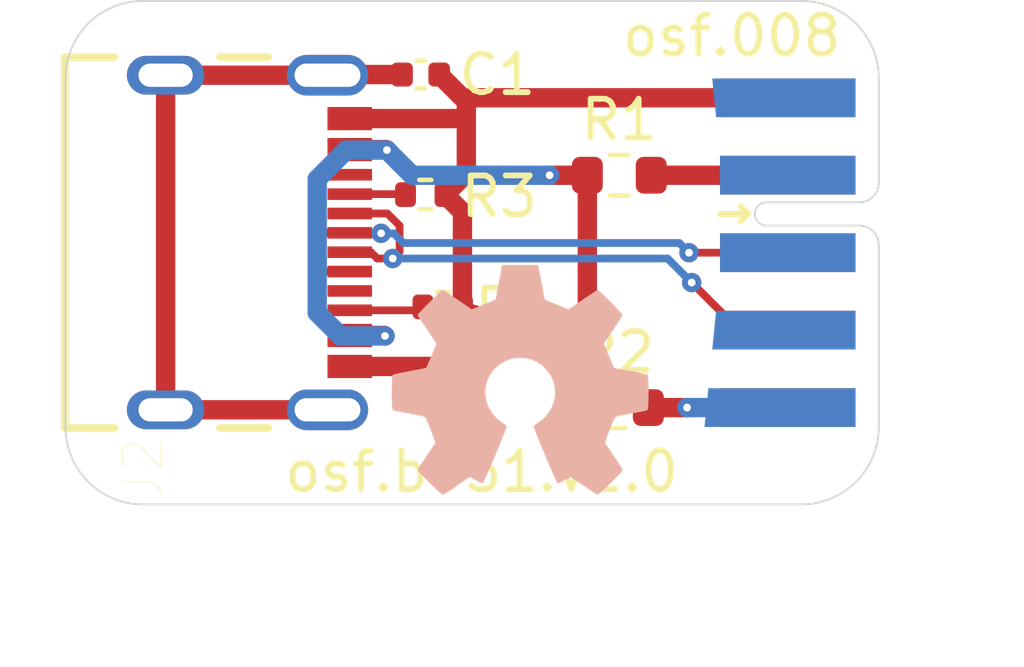
<source format=kicad_pcb>
(kicad_pcb (version 20211014) (generator pcbnew)
  (layers (0 "F.Cu" signal) (31 "B.Cu" signal) (34 "B.Paste" user) (35 "F.Paste" user) (36 "B.SilkS" user "B.Silkscreen") (37 "F.SilkS" user "F.Silkscreen") (38 "B.Mask" user) (39 "F.Mask" user) (44 "Edge.Cuts" user))
  (net 0 "")
  (net 1 "GND")
  (net 2 "/usb-c/VBUS")
  (net 3 "/usb-c/DP")
  (net 4 "/usb-c/DM")
  (net 7 "Net-(J2-PadG1)")
  (net 8 "Net-(J1-Pad2)")
  (net 9 "Net-(J1-Pad10)")
  (net 14 "Net-(J2-PadA5)")
  (net 15 "Net-(J2-PadB5)")
  (footprint "Resistor_SMD:R_0603_1608Metric" (layer "F.Cu") (at 154.225 100.5)
    (fp_text reference "R2" (at 0 -1.43) (layer "F.SilkS"))
    (fp_text value "d.n.p")
    (fp_line (start -0.237258 -0.5225) (end 0.237258 -0.5225) (layer "F.SilkS") (width 0.12))
    (fp_line (start -0.237258 0.5225) (end 0.237258 0.5225) (layer "F.SilkS") (width 0.12))
    (pad "1" smd roundrect (at -0.825 0) (size 0.8 0.95) (layers "F.Cu" "F.Paste" "F.Mask") (net 2 "/usb-c/VBUS"))
    (pad "2" smd roundrect (at 0.825 0) (size 0.8 0.95) (layers "F.Cu" "F.Paste" "F.Mask") (net 9 "Net-(J1-Pad10)"))
  )
  (footprint "Resistor_SMD:R_0603_1608Metric" (layer "F.Cu") (at 154.3 94.5)
    (fp_text reference "R1" (at 0 -1.43) (layer "F.SilkS"))
    (fp_text value "0R")
    (fp_line (start -0.237258 -0.5225) (end 0.237258 -0.5225) (layer "F.SilkS") (width 0.12))
    (fp_line (start -0.237258 0.5225) (end 0.237258 0.5225) (layer "F.SilkS") (width 0.12))
    (pad "1" smd roundrect (at -0.825 0) (size 0.8 0.95) (layers "F.Cu" "F.Paste" "F.Mask") (net 2 "/usb-c/VBUS"))
    (pad "2" smd roundrect (at 0.825 0) (size 0.8 0.95) (layers "F.Cu" "F.Paste" "F.Mask") (net 8 "Net-(J1-Pad2)"))
  )
  (footprint "on_edge:on_edge_2x05_host" (layer "F.Cu") (at 161 96.5 -90)
    (fp_text reference "J1")
    (fp_text value "008_USB")
    (fp_line (start -1 4.1) (end -1 3.373) (layer "F.SilkS") (width 0.153))
    (fp_line (start -1 3.373) (end -1.2 3.573) (layer "F.SilkS") (width 0.153))
    (fp_line (start -0.8 3.573) (end -1 3.373) (layer "F.SilkS") (width 0.153))
    (fp_line (start -0.7 2.9) (end -0.7 0.5) (layer "Edge.Cuts") (width 0.05))
    (fp_line (start -4 0) (end -1.8 0) (layer "Edge.Cuts") (width 0.05))
    (fp_line (start -1.3 0.5) (end -1.3 2.9) (layer "Edge.Cuts") (width 0.05))
    (fp_line (start -0.2 0) (end 4 0) (layer "Edge.Cuts") (width 0.05))
    (fp_arc (start -0.7 2.9) (mid -1 3.2) (end -1.3 2.9) (layer "Edge.Cuts") (width 0.05))
    (fp_arc (start -1.8 0) (mid -1.446447 0.146447) (end -1.3 0.5) (layer "Edge.Cuts") (width 0.05))
    (fp_arc (start -0.7 0.5) (mid -0.553553 0.146447) (end -0.2 0) (layer "Edge.Cuts") (width 0.05))
    (pad "1" smd rect (at -4 2.35 270) (size 1 3.5) (layers "F.Cu" "F.Mask") (net 1 "GND"))
    (pad "2" smd rect (at -2 2.35 270) (size 1 3.5) (layers "F.Cu" "F.Mask") (net 8 "Net-(J1-Pad2)"))
    (pad "3" smd rect (at 0 2.35 270) (size 1 3.5) (layers "F.Cu" "F.Mask") (net 3 "/usb-c/DP"))
    (pad "4" smd rect (at 2 2.35 270) (size 1 3.5) (layers "F.Cu" "F.Mask") (net 4 "/usb-c/DM"))
    (pad "5" smd rect (at 4 2.35 270) (size 1 3.5) (layers "F.Cu" "F.Mask"))
    (pad "6" smd custom (at -4 2.4 90) (size 1 3.6) (layers "B.Cu" "B.Mask") (options (clearance outline) (anchor rect)) (primitives (gr_poly (pts (xy 0.5 -1.8) (xy -0.5 -1.8) (xy 0.5 -1.9)) (width 0) (fill yes))))
    (pad "7" smd rect (at -2 2.35 90) (size 1 3.5) (layers "B.Cu" "B.Mask"))
    (pad "8" smd rect (at 0 2.35 90) (size 1 3.5) (layers "B.Cu" "B.Mask"))
    (pad "9" smd custom (at 2 2.4 90) (size 1 3.6) (layers "B.Cu" "B.Mask") (options (clearance outline) (anchor rect)) (primitives (gr_poly (pts (xy 0.5 -1.8) (xy -0.5 -1.8) (xy -0.5 -1.9)) (width 0) (fill yes))))
    (pad "10" smd custom (at 4 2.5 90) (size 1 3.8) (layers "B.Cu" "B.Mask") (net 9 "Net-(J1-Pad10)") (options (clearance outline) (anchor rect)) (primitives (gr_poly (pts (xy 0.5 -1.9) (xy -0.5 -1.9) (xy -0.5 -2)) (width 0) (fill yes))))
  )
  (footprint "Resistor_SMD:R_0402_1005Metric" (layer "F.Cu") (at 149.74 97.9)
    (fp_text reference "R4" (at 1.81 0.05) (layer "F.SilkS"))
    (fp_text value "5.1k")
    (fp_line (start -0.153641 0.38) (end 0.153641 0.38) (layer "F.SilkS") (width 0.12))
    (fp_line (start -0.153641 -0.38) (end 0.153641 -0.38) (layer "F.SilkS") (width 0.12))
    (pad "1" smd roundrect (at -0.51 0) (size 0.54 0.64) (layers "F.Cu" "F.Paste" "F.Mask") (net 15 "Net-(J2-PadB5)"))
    (pad "2" smd roundrect (at 0.51 0) (size 0.54 0.64) (layers "F.Cu" "F.Paste" "F.Mask") (net 1 "GND"))
  )
  (footprint "b051:GCT_USB4105-GF-A" (layer "F.Cu") (at 142.585 96.2375 -90)
    (fp_text reference "J2" (at 5.85 0.585 90) (layer "F.SilkS") (effects (font (thickness 0.015))))
    (fp_text value "USB4105-GF-A")
    (fp_line (start 4.79 2.6) (end 4.79 1.32) (layer "F.SilkS") (width 0.2))
    (fp_line (start -4.79 2.6) (end 4.79 2.6) (layer "F.SilkS") (width 0.2))
    (fp_line (start -4.79 1.32) (end -4.79 2.6) (layer "F.SilkS") (width 0.2))
    (fp_line (start 4.79 -2.65) (end 4.79 -1.4) (layer "F.SilkS") (width 0.2))
    (fp_line (start -4.79 -2.65) (end -4.79 -1.4) (layer "F.SilkS") (width 0.2))
    (pad "" np_thru_hole circle (at 2.89 -3.68 270) (size 0.65 0.65) (drill 0.65) (layers *.Cu *.Mask))
    (pad "" np_thru_hole circle (at -2.89 -3.68 270) (size 0.65 0.65) (drill 0.65) (layers *.Cu *.Mask))
    (pad "A1/B12" smd rect (at -3.2 -4.755 270) (size 0.6 1.15) (layers "F.Cu" "F.Paste" "F.Mask") (net 1 "GND"))
    (pad "A4/B9" smd rect (at -2.4 -4.755 270) (size 0.6 1.15) (layers "F.Cu" "F.Paste" "F.Mask") (net 2 "/usb-c/VBUS"))
    (pad "A5" smd rect (at -1.25 -4.755 270) (size 0.3 1.15) (layers "F.Cu" "F.Paste" "F.Mask") (net 14 "Net-(J2-PadA5)"))
    (pad "A6" smd rect (at -0.25 -4.755 270) (size 0.3 1.15) (layers "F.Cu" "F.Paste" "F.Mask") (net 3 "/usb-c/DP"))
    (pad "A7" smd rect (at 0.25 -4.755 270) (size 0.3 1.15) (layers "F.Cu" "F.Paste" "F.Mask") (net 4 "/usb-c/DM"))
    (pad "A8" smd rect (at 1.25 -4.755 270) (size 0.3 1.15) (layers "F.Cu" "F.Paste" "F.Mask"))
    (pad "B1/A12" smd rect (at 3.2 -4.755 270) (size 0.6 1.15) (layers "F.Cu" "F.Paste" "F.Mask") (net 1 "GND"))
    (pad "B4/A9" smd rect (at 2.4 -4.755 270) (size 0.6 1.15) (layers "F.Cu" "F.Paste" "F.Mask") (net 2 "/usb-c/VBUS"))
    (pad "B5" smd rect (at 1.75 -4.755 270) (size 0.3 1.15) (layers "F.Cu" "F.Paste" "F.Mask") (net 15 "Net-(J2-PadB5)"))
    (pad "B6" smd rect (at 0.75 -4.755 270) (size 0.3 1.15) (layers "F.Cu" "F.Paste" "F.Mask") (net 3 "/usb-c/DP"))
    (pad "B7" smd rect (at -0.75 -4.755 270) (size 0.3 1.15) (layers "F.Cu" "F.Paste" "F.Mask") (net 4 "/usb-c/DM"))
    (pad "B8" smd rect (at -1.75 -4.755 270) (size 0.3 1.15) (layers "F.Cu" "F.Paste" "F.Mask"))
    (pad "G1" thru_hole oval (at -4.32 0 270) (size 1 2) (drill oval 0.6 1.4) (layers *.Cu *.Mask) (net 7 "Net-(J2-PadG1)"))
    (pad "G2" thru_hole oval (at 4.32 0 270) (size 1 2) (drill oval 0.6 1.4) (layers *.Cu *.Mask) (net 7 "Net-(J2-PadG1)"))
    (pad "G3" thru_hole oval (at -4.32 -4.18 270) (size 1.05 2.1) (drill oval 0.6 1.7) (layers *.Cu *.Mask) (net 7 "Net-(J2-PadG1)"))
    (pad "G4" thru_hole oval (at 4.32 -4.18 270) (size 1.05 2.1) (drill oval 0.6 1.7) (layers *.Cu *.Mask) (net 7 "Net-(J2-PadG1)"))
  )
  (footprint "Resistor_SMD:R_0402_1005Metric" (layer "F.Cu") (at 149.29 95)
    (fp_text reference "R3" (at 1.91 0.05) (layer "F.SilkS"))
    (fp_text value "5.1k")
    (fp_line (start -0.153641 0.38) (end 0.153641 0.38) (layer "F.SilkS") (width 0.12))
    (fp_line (start -0.153641 -0.38) (end 0.153641 -0.38) (layer "F.SilkS") (width 0.12))
    (pad "1" smd roundrect (at -0.51 0) (size 0.54 0.64) (layers "F.Cu" "F.Paste" "F.Mask") (net 14 "Net-(J2-PadA5)"))
    (pad "2" smd roundrect (at 0.51 0) (size 0.54 0.64) (layers "F.Cu" "F.Paste" "F.Mask") (net 1 "GND"))
  )
  (footprint "Capacitor_SMD:C_0402_1005Metric" (layer "F.Cu") (at 149.17 91.9)
    (fp_text reference "C1" (at 1.98 0) (layer "F.SilkS"))
    (fp_text value "100pF")
    (fp_line (start -0.107836 0.36) (end 0.107836 0.36) (layer "F.SilkS") (width 0.12))
    (fp_line (start -0.107836 -0.36) (end 0.107836 -0.36) (layer "F.SilkS") (width 0.12))
    (pad "1" smd roundrect (at -0.48 0) (size 0.56 0.62) (layers "F.Cu" "F.Paste" "F.Mask") (net 7 "Net-(J2-PadG1)"))
    (pad "2" smd roundrect (at 0.48 0) (size 0.56 0.62) (layers "F.Cu" "F.Paste" "F.Mask") (net 1 "GND"))
  )
  (footprint "Symbol:OSHW-Symbol_6.7x6mm_SilkScreen" (layer "B.Cu") (at 151.75 99.8 180)
    (fp_text reference "LOGO1" hide)
    (fp_text value "Logo_Open_Hardware_Small" hide)
    (fp_poly (pts (xy 0.555814 2.531069) (xy 0.639635 2.086445) (xy 0.94892 1.958947) (xy 1.258206 1.831449) (xy 1.629246 2.083754) (xy 1.733157 2.154004) (xy 1.827087 2.216728) (xy 1.906652 2.269062) (xy 1.96747 2.308143) (xy 2.005157 2.331107) (xy 2.015421 2.336058) (xy 2.03391 2.323324) (xy 2.07342 2.288118) (xy 2.129522 2.234938) (xy 2.197787 2.168282) (xy 2.273786 2.092646) (xy 2.353092 2.012528) (xy 2.431275 1.932426) (xy 2.503907 1.856836) (xy 2.566559 1.790255) (xy 2.614803 1.737182) (xy 2.64421 1.702113) (xy 2.651241 1.690377) (xy 2.641123 1.66874) (xy 2.612759 1.621338) (xy 2.569129 1.552807) (xy 2.513218 1.467785) (xy 2.448006 1.370907) (xy 2.410219 1.31565) (xy 2.341343 1.214752) (xy 2.28014 1.123701) (xy 2.229578 1.04703) (xy 2.192628 0.989272) (xy 2.172258 0.954957) (xy 2.169197 0.947746) (xy 2.176136 0.927252) (xy 2.195051 0.879487) (xy 2.223087 0.811168) (xy 2.257391 0.729011) (xy 2.295109 0.63973) (xy 2.333387 0.550042) (xy 2.36937 0.466662) (xy 2.400206 0.396306) (xy 2.423039 0.34569) (xy 2.435017 0.321529) (xy 2.435724 0.320578) (xy 2.454531 0.315964) (xy 2.504618 0.305672) (xy 2.580793 0.290713) (xy 2.677865 0.272099) (xy 2.790643 0.250841) (xy 2.856442 0.238582) (xy 2.97695 0.215638) (xy 3.085797 0.193805) (xy 3.177476 0.174278) (xy 3.246481 0.158252) (xy 3.287304 0.146921) (xy 3.295511 0.143326) (xy 3.303548 0.118994) (xy 3.310033 0.064041) (xy 3.31497 -0.015108) (xy 3.318364 -0.112026) (xy 3.320218 -0.220287) (xy 3.320538 -0.333465) (xy 3.319327 -0.445135) (xy 3.31659 -0.548868) (xy 3.312331 -0.638241) (xy 3.306555 -0.706826) (xy 3.299267 -0.748197) (xy 3.294895 -0.75681) (xy 3.268764 -0.767133) (xy 3.213393 -0.781892) (xy 3.136107 -0.799352) (xy 3.04423 -0.81778) (xy 3.012158 -0.823741) (xy 2.857524 -0.852066) (xy 2.735375 -0.874876) (xy 2.641673 -0.89308) (xy 2.572384 -0.907583) (xy 2.523471 -0.919292) (xy 2.490897 -0.929115) (xy 2.470628 -0.937956) (xy 2.458626 -0.946724) (xy 2.456947 -0.948457) (xy 2.440184 -0.976371) (xy 2.414614 -1.030695) (xy 2.382788 -1.104777) (xy 2.34726 -1.191965) (xy 2.310583 -1.285608) (xy 2.275311 -1.379052) (xy 2.243996 -1.465647) (xy 2.219193 -1.53874) (xy 2.203454 -1.591678) (xy 2.199332 -1.617811) (xy 2.199676 -1.618726) (xy 2.213641 -1.640086) (xy 2.245322 -1.687084) (xy 2.291391 -1.754827) (xy 2.348518 -1.838423) (xy 2.413373 -1.932982) (xy 2.431843 -1.959854) (xy 2.497699 -2.057275) (xy 2.55565 -2.146163) (xy 2.602538 -2.221412) (xy 2.635207 -2.27792) (xy 2.6505 -2.310581) (xy 2.651241 -2.314593) (xy 2.638392 -2.335684) (xy 2.602888 -2.377464) (xy 2.549293 -2.435445) (xy 2.482171 -2.505135) (xy 2.406087 -2.582045) (xy 2.325604 -2.661683) (xy 2.245287 -2.739561) (xy 2.169699 -2.811186) (xy 2.103405 -2.87207) (xy 2.050969 -2.917721) (xy 2.016955 -2.94365) (xy 2.007545 -2.947883) (xy 1.985643 -2.937912) (xy 1.9408 -2.91102) (xy 1.880321 -2.871736) (xy 1.833789 -2.840117) (xy 1.749475 -2.782098) (xy 1.649626 -2.713784) (xy 1.549473 -2.645579) (xy 1.495627 -2.609075) (xy 1.313371 -2.4858) (xy 1.160381 -2.56852) (xy 1.090682 -2.604759) (xy 1.031414 -2.632926) (xy 0.991311 -2.648991) (xy 0.981103 -2.651226) (xy 0.968829 -2.634722) (xy 0.944613 -2.588082) (xy 0.910263 -2.515609) (xy 0.867588 -2.421606) (xy 0.818394 -2.310374) (xy 0.76449 -2.186215) (xy 0.707684 -2.053432) (xy 0.649782 -1.916327) (xy 0.592593 -1.779202) (xy 0.537924 -1.646358) (xy 0.487584 -1.522098) (xy 0.44338 -1.410725) (xy 0.407119 -1.316539) (xy 0.380609 -1.243844) (xy 0.365658 -1.196941) (xy 0.363254 -1.180833) (xy 0.382311 -1.160286) (xy 0.424036 -1.126933) (xy 0.479706 -1.087702) (xy 0.484378 -1.084599) (xy 0.628264 -0.969423) (xy 0.744283 -0.835053) (xy 0.83143 -0.685784) (xy 0.888699 -0.525913) (xy 0.915086 -0.359737) (xy 0.909585 -0.191552) (xy 0.87119 -0.025655) (xy 0.798895 0.133658) (xy 0.777626 0.168513) (xy 0.666996 0.309263) (xy 0.536302 0.422286) (xy 0.390064 0.506997) (xy 0.232808 0.562806) (xy 0.069057 0.589126) (xy -0.096667 0.58537) (xy -0.259838 0.55095) (xy -0.415935 0.485277) (xy -0.560433 0.387765) (xy -0.605131 0.348187) (xy -0.718888 0.224297) (xy -0.801782 0.093876) (xy -0.858644 -0.052315) (xy -0.890313 -0.197088) (xy -0.898131 -0.35986) (xy -0.872062 -0.52344) (xy -0.814755 -0.682298) (xy -0.728856 -0.830906) (xy -0.617014 -0.963735) (xy -0.481877 -1.075256) (xy -0.464117 -1.087011) (xy -0.40785 -1.125508) (xy -0.365077 -1.158863) (xy -0.344628 -1.18016) (xy -0.344331 -1.180833) (xy -0.348721 -1.203871) (xy -0.366124 -1.256157) (xy -0.394732 -1.33339) (xy -0.432735 -1.431268) (xy -0.478326 -1.545491) (xy -0.529697 -1.671758) (xy -0.585038 -1.805767) (xy -0.642542 -1.943218) (xy -0.700399 -2.079808) (xy -0.756802 -2.211237) (xy -0.809942 -2.333205) (xy -0.85801 -2.441409) (xy -0.899199 -2.531549) (xy -0.931699 -2.599323) (xy -0.953703 -2.64043) (xy -0.962564 -2.651226) (xy -0.98964 -2.642819) (xy -1.040303 -2.620272) (xy -1.105817 -2.587613) (xy -1.141841 -2.56852) (xy -1.294832 -2.4858) (xy -1.477088 -2.609075) (xy -1.570125 -2.672228) (xy -1.671985 -2.741727) (xy -1.767438 -2.807165) (xy -1.81525 -2.840117) (xy -1.882495 -2.885273) (xy -1.939436 -2.921057) (xy -1.978646 -2.942938) (xy -1.991381 -2.947563) (xy -2.009917 -2.935085) (xy -2.050941 -2.900252) (xy -2.110475 -2.846678) (xy -2.184542 -2.777983) (xy -2.269165 -2.697781) (xy -2.322685 -2.646286) (xy -2.416319 -2.554286) (xy -2.497241 -2.471999) (xy -2.562177 -2.402945) (xy -2.607858 -2.350644) (xy -2.631011 -2.318616) (xy -2.633232 -2.312116) (xy -2.622924 -2.287394) (xy -2.594439 -2.237405) (xy -2.550937 -2.167212) (xy -2.495577 -2.081875) (xy -2.43152 -1.986456) (xy -2.413303 -1.959854) (xy -2.346927 -1.863167) (xy -2.287378 -1.776117) (xy -2.237984 -1.703595) (xy -2.202075 -1.650493) (xy -2.182981 -1.621703) (xy -2.181136 -1.618726) (xy -2.183895 -1.595782) (xy -2.198538 -1.545336) (xy -2.222513 -1.474041) (xy -2.253266 -1.388547) (xy -2.288244 -1.295507) (xy -2.324893 -1.201574) (xy -2.360661 -1.113399) (xy -2.392994 -1.037634) (xy -2.419338 -0.980931) (xy -2.437142 -0.949943) (xy -2.438407 -0.948457) (xy -2.449294 -0.939601) (xy -2.467682 -0.930843) (xy -2.497606 -0.921277) (xy -2.543103 -0.909996) (xy -2.608209 -0.896093) (xy -2.696961 -0.878663) (xy -2.813393 -0.856798) (xy -2.961542 -0.829591) (xy -2.993618 -0.823741) (xy -3.088686 -0.805374) (xy -3.171565 -0.787405) (xy -3.23493 -0.771569) (xy -3.271458 -0.7596) (xy -3.276356 -0.75681) (xy -3.284427 -0.732072) (xy -3.290987 -0.67679) (xy -3.296033 -0.597389) (xy -3.299559 -0.500296) (xy -3.301561 -0.391938) (xy -3.302036 -0.27874) (xy -3.300977 -0.167128) (xy -3.298382 -0.063529) (xy -3.294246 0.025632) (xy -3.288563 0.093928) (xy -3.281331 0.134934) (xy -3.276971 0.143326) (xy -3.252698 0.151792) (xy -3.197426 0.165565) (xy -3.116662 0.18345) (xy -3.015912 0.204252) (xy -2.900683 0.226777) (xy -2.837902 0.238582) (xy -2.718787 0.260849) (xy -2.612565 0.281021) (xy -2.524427 0.298085) (xy -2.459566 0.311031) (xy -2.423174 0.318845) (xy -2.417184 0.320578) (xy -2.407061 0.34011) (xy -2.385662 0.387157) (xy -2.355839 0.454997) (xy -2.320445 0.536909) (xy -2.282332 0.626172) (xy -2.244353 0.716065) (xy -2.20936 0.799865) (xy -2.180206 0.870853) (xy -2.159743 0.922306) (xy -2.150823 0.947503) (xy -2.150657 0.948604) (xy -2.160769 0.968481) (xy -2.189117 1.014223) (xy -2.232723 1.081283) (xy -2.288606 1.165116) (xy -2.353787 1.261174) (xy -2.391679 1.31635) (xy -2.460725 1.417519) (xy -2.52205 1.50937) (xy -2.572663 1.587256) (xy -2.609571 1.646531) (xy -2.629782 1.682549) (xy -2.632701 1.690623) (xy -2.620153 1.709416) (xy -2.585463 1.749543) (xy -2.533063 1.806507) (xy -2.467384 1.875815) (xy -2.392856 1.952969) (xy -2.313913 2.033475) (xy -2.234983 2.112837) (xy -2.1605 2.18656) (xy -2.094894 2.250148) (xy -2.042596 2.299106) (xy -2.008039 2.328939) (xy -1.996478 2.336058) (xy -1.977654 2.326047) (xy -1.932631 2.297922) (xy -1.865787 2.254546) (xy -1.781499 2.198782) (xy -1.684144 2.133494) (xy -1.610707 2.083754) (xy -1.239667 1.831449) (xy -0.621095 2.086445) (xy -0.537275 2.531069) (xy -0.453454 2.975693) (xy 0.471994 2.975693) (xy 0.555814 2.531069)) (layer "B.SilkS") (width 0.01) (fill solid))
  )
  (gr_line (start 142 90) (end 159 90) (layer "Edge.Cuts") (width 0.05))
  (gr_arc (start 161 101) (mid 160.414214 102.414214) (end 159 103) (layer "Edge.Cuts") (width 0.05))
  (gr_line (start 159 103) (end 142 103) (layer "Edge.Cuts") (width 0.05))
  (gr_arc (start 159 90) (mid 160.414214 90.585786) (end 161 92) (layer "Edge.Cuts") (width 0.05))
  (gr_line (start 161 101) (end 161 100.5) (layer "Edge.Cuts") (width 0.05))
  (gr_arc (start 142 103) (mid 140.585786 102.414214) (end 140 101) (layer "Edge.Cuts") (width 0.05))
  (gr_line (start 140 101) (end 140 92) (layer "Edge.Cuts") (width 0.05))
  (gr_arc (start 140 92) (mid 140.585786 90.585786) (end 142 90) (layer "Edge.Cuts") (width 0.05))
  (gr_line (start 161 92.5) (end 161 92) (layer "Edge.Cuts") (width 0.05))
  (gr_text "osf.008" (at 157.2 90.9) (layer "F.SilkS") (effects (font (size 1 1))))
  (gr_text "osf.b051.v1.0" (at 150.75 102.15) (layer "F.SilkS") (effects (font (size 1 1))))
  (segment (start 150.25 97.9) (end 150.25 95.45) (width 0.5) (layer "F.Cu") (net 1))
  (segment (start 158.65 92.5) (end 150.45 92.5) (width 0.5) (layer "F.Cu") (net 1))
  (segment (start 150.3375 93.0375) (end 150.35 93.05) (width 0.5) (layer "F.Cu") (net 1))
  (segment (start 150.45 98.1) (end 150.25 97.9) (width 0.5) (layer "F.Cu") (net 1))
  (segment (start 150.55 98.636712) (end 150.55 98.1) (width 0.5) (layer "F.Cu") (net 1))
  (segment (start 150.35 94.45) (end 150.35 93.05) (width 0.5) (layer "F.Cu") (net 1))
  (segment (start 150.45 92.5) (end 150.35 92.6) (width 0.5) (layer "F.Cu") (net 1))
  (segment (start 150.35 93.05) (end 150.35 92.6) (width 0.5) (layer "F.Cu") (net 1))
  (segment (start 147.34 93.0375) (end 150.3375 93.0375) (width 0.5) (layer "F.Cu") (net 1))
  (segment (start 147.34 99.4375) (end 149.749212 99.4375) (width 0.5) (layer "F.Cu") (net 1))
  (segment (start 150.55 98.1) (end 150.45 98.1) (width 0.5) (layer "F.Cu") (net 1))
  (segment (start 150.25 95.45) (end 149.8 95) (width 0.5) (layer "F.Cu") (net 1))
  (segment (start 149.749212 99.4375) (end 150.55 98.636712) (width 0.5) (layer "F.Cu") (net 1))
  (segment (start 149.8 95) (end 150.35 94.45) (width 0.5) (layer "F.Cu") (net 1))
  (segment (start 150.35 92.6) (end 149.65 91.9) (width 0.5) (layer "F.Cu") (net 1))
  (segment (start 148.2875 93.8375) (end 148.3 93.85) (width 0.5) (layer "F.Cu") (net 2))
  (segment (start 148.25 98.65) (end 148.2375 98.6375) (width 0.5) (layer "F.Cu") (net 2))
  (segment (start 153.475 94.5) (end 153.475 100.425) (width 0.5) (layer "F.Cu") (net 2))
  (segment (start 148.2375 98.6375) (end 147.34 98.6375) (width 0.5) (layer "F.Cu") (net 2))
  (segment (start 153.475 94.5) (end 152.5 94.5) (width 0.5) (layer "F.Cu") (net 2))
  (segment (start 153.475 100.425) (end 153.4 100.5) (width 0.5) (layer "F.Cu") (net 2))
  (segment (start 147.34 93.8375) (end 148.2875 93.8375) (width 0.5) (layer "F.Cu") (net 2))
  (via (at 148.3 93.85) (size 0.5) (drill 0.2) (layers "F.Cu" "B.Cu") (net 2))
  (via (at 152.5 94.5) (size 0.5) (drill 0.2) (layers "F.Cu" "B.Cu") (net 2))
  (via (at 148.25 98.65) (size 0.5) (drill 0.2) (layers "F.Cu" "B.Cu") (net 2))
  (segment (start 148.95 94.5) (end 152.5 94.5) (width 0.5) (layer "B.Cu") (net 2))
  (segment (start 147.1 98.65) (end 146.5 98.05) (width 0.5) (layer "B.Cu") (net 2))
  (segment (start 146.5 98.05) (end 146.5 94.6) (width 0.5) (layer "B.Cu") (net 2))
  (segment (start 146.5 94.6) (end 147.25 93.85) (width 0.5) (layer "B.Cu") (net 2))
  (segment (start 148.25 98.65) (end 147.1 98.65) (width 0.5) (layer "B.Cu") (net 2))
  (segment (start 148.3 93.85) (end 148.95 94.5) (width 0.5) (layer "B.Cu") (net 2))
  (segment (start 147.25 93.85) (end 148.3 93.85) (width 0.5) (layer "B.Cu") (net 2))
  (segment (start 148.15 96) (end 147.3525 96) (width 0.2) (layer "F.Cu") (net 3))
  (segment (start 146.538 96.9605) (end 146.538 96.162) (width 0.2) (layer "F.Cu") (net 3))
  (segment (start 147.34 96.9875) (end 146.565 96.9875) (width 0.2) (layer "F.Cu") (net 3))
  (segment (start 146.565 96.9875) (end 146.538 96.9605) (width 0.2) (layer "F.Cu") (net 3))
  (segment (start 146.7125 95.9875) (end 147.34 95.9875) (width 0.2) (layer "F.Cu") (net 3))
  (segment (start 158.65 96.5) (end 156.1 96.5) (width 0.2) (layer "F.Cu") (net 3))
  (segment (start 147.3525 96) (end 147.34 95.9875) (width 0.2) (layer "F.Cu") (net 3))
  (segment (start 146.538 96.162) (end 146.7125 95.9875) (width 0.2) (layer "F.Cu") (net 3))
  (via (at 156.1 96.5) (size 0.5) (drill 0.2) (layers "F.Cu" "B.Cu") (net 3))
  (via (at 148.15 96) (size 0.5) (drill 0.2) (layers "F.Cu" "B.Cu") (net 3))
  (segment (start 155.85 96.25) (end 148.72458 96.25) (width 0.2) (layer "B.Cu") (net 3))
  (segment (start 156.1 96.5) (end 155.85 96.25) (width 0.2) (layer "B.Cu") (net 3))
  (segment (start 148.72458 96.25) (end 148.47458 96) (width 0.2) (layer "B.Cu") (net 3))
  (segment (start 148.47458 96) (end 148.15 96) (width 0.2) (layer "B.Cu") (net 3))
  (segment (start 156.168539 97.271411) (end 157.397128 98.5) (width 0.2) (layer "F.Cu") (net 4))
  (segment (start 148.31208 95.4875) (end 147.34 95.4875) (width 0.2) (layer "F.Cu") (net 4))
  (segment (start 148.627 96.473) (end 148.627 95.80242) (width 0.2) (layer "F.Cu") (net 4))
  (segment (start 148.45 96.65) (end 148.627 96.473) (width 0.2) (layer "F.Cu") (net 4))
  (segment (start 147.8875 96.4875) (end 147.34 96.4875) (width 0.2) (layer "F.Cu") (net 4))
  (segment (start 157.397128 98.5) (end 158.65 98.5) (width 0.2) (layer "F.Cu") (net 4))
  (segment (start 148.05 96.65) (end 147.8875 96.4875) (width 0.2) (layer "F.Cu") (net 4))
  (segment (start 148.45 96.65) (end 148.05 96.65) (width 0.2) (layer "F.Cu") (net 4))
  (segment (start 148.627 95.80242) (end 148.31208 95.4875) (width 0.2) (layer "F.Cu") (net 4))
  (via (at 156.168539 97.271411) (size 0.5) (drill 0.2) (layers "F.Cu" "B.Cu") (net 4))
  (via (at 148.45 96.65) (size 0.5) (drill 0.2) (layers "F.Cu" "B.Cu") (net 4))
  (segment (start 156.168539 97.271411) (end 155.547128 96.65) (width 0.2) (layer "B.Cu") (net 4))
  (segment (start 155.547128 96.65) (end 148.45 96.65) (width 0.2) (layer "B.Cu") (net 4))
  (segment (start 146.7825 91.9) (end 146.765 91.9175) (width 0.5) (layer "F.Cu") (net 7))
  (segment (start 148.69 91.9) (end 146.7825 91.9) (width 0.5) (layer "F.Cu") (net 7))
  (segment (start 142.585 91.9175) (end 146.765 91.9175) (width 0.5) (layer "F.Cu") (net 7))
  (segment (start 146.765 100.5575) (end 142.585 100.5575) (width 0.5) (layer "F.Cu") (net 7))
  (segment (start 142.585 100.5575) (end 142.585 91.9175) (width 0.5) (layer "F.Cu") (net 7))
  (segment (start 155.125 94.5) (end 158.65 94.5) (width 0.5) (layer "F.Cu") (net 8))
  (segment (start 155.05 100.5) (end 156.05 100.5) (width 0.5) (layer "F.Cu") (net 9))
  (via (at 156.05 100.5) (size 0.5) (drill 0.2) (layers "F.Cu" "B.Cu") (net 9))
  (segment (start 156.05 100.5) (end 158.5 100.5) (width 0.5) (layer "B.Cu") (net 9))
  (segment (start 147.34 94.9875) (end 148.7675 94.9875) (width 0.2) (layer "F.Cu") (net 14))
  (segment (start 148.7675 94.9875) (end 148.78 95) (width 0.2) (layer "F.Cu") (net 14))
  (segment (start 147.34 97.9875) (end 149.1425 97.9875) (width 0.2) (layer "F.Cu") (net 15))
  (segment (start 149.1425 97.9875) (end 149.23 97.9) (width 0.2) (layer "F.Cu") (net 15))
)
</source>
